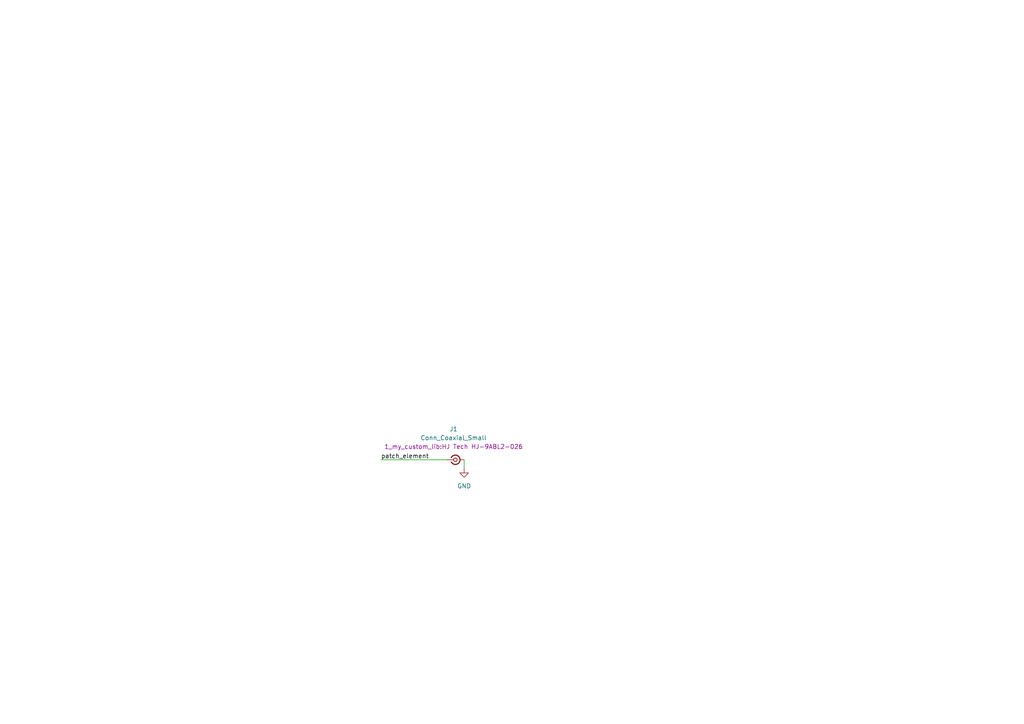
<source format=kicad_sch>
(kicad_sch
	(version 20231120)
	(generator "eeschema")
	(generator_version "8.0")
	(uuid "493de23d-48e5-48d1-b1c0-e84f54529323")
	(paper "A4")
	(title_block
		(title "TART_Passive_Patch_Antenna_V1")
		(date "2024-08-02")
		(company "Rikus Human")
	)
	(lib_symbols
		(symbol "Connector:Conn_Coaxial_Small"
			(pin_numbers hide)
			(pin_names
				(offset 1.016) hide)
			(exclude_from_sim no)
			(in_bom yes)
			(on_board yes)
			(property "Reference" "J"
				(at 0.254 3.048 0)
				(effects
					(font
						(size 1.27 1.27)
					)
				)
			)
			(property "Value" "Conn_Coaxial_Small"
				(at 0 -3.81 0)
				(effects
					(font
						(size 1.27 1.27)
					)
				)
			)
			(property "Footprint" ""
				(at 0 0 0)
				(effects
					(font
						(size 1.27 1.27)
					)
					(hide yes)
				)
			)
			(property "Datasheet" "~"
				(at 0 0 0)
				(effects
					(font
						(size 1.27 1.27)
					)
					(hide yes)
				)
			)
			(property "Description" "small coaxial connector (BNC, SMA, SMB, SMC, Cinch/RCA, LEMO, ...)"
				(at 0 0 0)
				(effects
					(font
						(size 1.27 1.27)
					)
					(hide yes)
				)
			)
			(property "ki_keywords" "BNC SMA SMB SMC LEMO coaxial connector CINCH RCA MCX MMCX U.FL UMRF"
				(at 0 0 0)
				(effects
					(font
						(size 1.27 1.27)
					)
					(hide yes)
				)
			)
			(property "ki_fp_filters" "*BNC* *SMA* *SMB* *SMC* *Cinch* *LEMO* *UMRF* *MCX* *U.FL*"
				(at 0 0 0)
				(effects
					(font
						(size 1.27 1.27)
					)
					(hide yes)
				)
			)
			(symbol "Conn_Coaxial_Small_0_1"
				(polyline
					(pts
						(xy -2.54 0) (xy -0.508 0)
					)
					(stroke
						(width 0)
						(type default)
					)
					(fill
						(type none)
					)
				)
				(circle
					(center 0 0)
					(radius 0.508)
					(stroke
						(width 0.2032)
						(type default)
					)
					(fill
						(type none)
					)
				)
			)
			(symbol "Conn_Coaxial_Small_1_1"
				(arc
					(start -1.1916 -0.6311)
					(mid 0.327 -1.3081)
					(end 1.3484 0.0039)
					(stroke
						(width 0.3048)
						(type default)
					)
					(fill
						(type none)
					)
				)
				(arc
					(start 1.3484 -0.0039)
					(mid 0.327 1.3081)
					(end -1.1916 0.6311)
					(stroke
						(width 0.3048)
						(type default)
					)
					(fill
						(type none)
					)
				)
				(pin passive line
					(at -2.54 0 0)
					(length 1.27)
					(name "In"
						(effects
							(font
								(size 1.27 1.27)
							)
						)
					)
					(number "1"
						(effects
							(font
								(size 1.27 1.27)
							)
						)
					)
				)
				(pin passive line
					(at 2.54 0 180)
					(length 1.27)
					(name "Ext"
						(effects
							(font
								(size 1.27 1.27)
							)
						)
					)
					(number "2"
						(effects
							(font
								(size 1.27 1.27)
							)
						)
					)
				)
			)
		)
		(symbol "power:GND"
			(power)
			(pin_numbers hide)
			(pin_names
				(offset 0) hide)
			(exclude_from_sim no)
			(in_bom yes)
			(on_board yes)
			(property "Reference" "#PWR"
				(at 0 -6.35 0)
				(effects
					(font
						(size 1.27 1.27)
					)
					(hide yes)
				)
			)
			(property "Value" "GND"
				(at 0 -3.81 0)
				(effects
					(font
						(size 1.27 1.27)
					)
				)
			)
			(property "Footprint" ""
				(at 0 0 0)
				(effects
					(font
						(size 1.27 1.27)
					)
					(hide yes)
				)
			)
			(property "Datasheet" ""
				(at 0 0 0)
				(effects
					(font
						(size 1.27 1.27)
					)
					(hide yes)
				)
			)
			(property "Description" "Power symbol creates a global label with name \"GND\" , ground"
				(at 0 0 0)
				(effects
					(font
						(size 1.27 1.27)
					)
					(hide yes)
				)
			)
			(property "ki_keywords" "global power"
				(at 0 0 0)
				(effects
					(font
						(size 1.27 1.27)
					)
					(hide yes)
				)
			)
			(symbol "GND_0_1"
				(polyline
					(pts
						(xy 0 0) (xy 0 -1.27) (xy 1.27 -1.27) (xy 0 -2.54) (xy -1.27 -1.27) (xy 0 -1.27)
					)
					(stroke
						(width 0)
						(type default)
					)
					(fill
						(type none)
					)
				)
			)
			(symbol "GND_1_1"
				(pin power_in line
					(at 0 0 270)
					(length 0)
					(name "~"
						(effects
							(font
								(size 1.27 1.27)
							)
						)
					)
					(number "1"
						(effects
							(font
								(size 1.27 1.27)
							)
						)
					)
				)
			)
		)
	)
	(wire
		(pts
			(xy 110.49 133.35) (xy 129.54 133.35)
		)
		(stroke
			(width 0)
			(type default)
		)
		(uuid "132d44fd-d702-4711-b2ed-fe6f5381c93a")
	)
	(wire
		(pts
			(xy 134.62 133.35) (xy 134.62 135.89)
		)
		(stroke
			(width 0)
			(type default)
		)
		(uuid "5087099c-a585-45b0-8a08-db6bbeb20e7c")
	)
	(label "patch_element"
		(at 110.49 133.35 0)
		(fields_autoplaced yes)
		(effects
			(font
				(size 1.27 1.27)
			)
			(justify left bottom)
		)
		(uuid "c75e8cdf-5ff8-4451-b6ec-84c9c6830409")
	)
	(symbol
		(lib_id "Connector:Conn_Coaxial_Small")
		(at 132.08 133.35 0)
		(unit 1)
		(exclude_from_sim no)
		(in_bom yes)
		(on_board yes)
		(dnp no)
		(fields_autoplaced yes)
		(uuid "6b8ec975-3b54-4c98-ab16-cdb30aeb8768")
		(property "Reference" "J1"
			(at 131.5604 124.46 0)
			(effects
				(font
					(size 1.27 1.27)
				)
			)
		)
		(property "Value" "Conn_Coaxial_Small"
			(at 131.5604 127 0)
			(effects
				(font
					(size 1.27 1.27)
				)
			)
		)
		(property "Footprint" "1_my_custom_lib:HJ Tech HJ-9ABL2-026"
			(at 131.5604 129.54 0)
			(effects
				(font
					(size 1.27 1.27)
				)
			)
		)
		(property "Datasheet" "~"
			(at 132.08 133.35 0)
			(effects
				(font
					(size 1.27 1.27)
				)
				(hide yes)
			)
		)
		(property "Description" "small coaxial connector (BNC, SMA, SMB, SMC, Cinch/RCA, LEMO, ...)"
			(at 132.08 133.35 0)
			(effects
				(font
					(size 1.27 1.27)
				)
				(hide yes)
			)
		)
		(pin "2"
			(uuid "56b1a88a-ef8c-4b4a-80ae-7689f96ec521")
		)
		(pin "1"
			(uuid "6a8df662-bdd4-4308-9900-99733ad1ea8d")
		)
		(instances
			(project ""
				(path "/493de23d-48e5-48d1-b1c0-e84f54529323"
					(reference "J1")
					(unit 1)
				)
			)
		)
	)
	(symbol
		(lib_id "power:GND")
		(at 134.62 135.89 0)
		(unit 1)
		(exclude_from_sim no)
		(in_bom yes)
		(on_board yes)
		(dnp no)
		(fields_autoplaced yes)
		(uuid "ff78c74f-7abb-487b-8f05-75ec2972c680")
		(property "Reference" "#PWR01"
			(at 134.62 142.24 0)
			(effects
				(font
					(size 1.27 1.27)
				)
				(hide yes)
			)
		)
		(property "Value" "GND"
			(at 134.62 140.97 0)
			(effects
				(font
					(size 1.27 1.27)
				)
			)
		)
		(property "Footprint" ""
			(at 134.62 135.89 0)
			(effects
				(font
					(size 1.27 1.27)
				)
				(hide yes)
			)
		)
		(property "Datasheet" ""
			(at 134.62 135.89 0)
			(effects
				(font
					(size 1.27 1.27)
				)
				(hide yes)
			)
		)
		(property "Description" "Power symbol creates a global label with name \"GND\" , ground"
			(at 134.62 135.89 0)
			(effects
				(font
					(size 1.27 1.27)
				)
				(hide yes)
			)
		)
		(pin "1"
			(uuid "649cb022-15d6-44d6-a5be-f7a7a496e59e")
		)
		(instances
			(project ""
				(path "/493de23d-48e5-48d1-b1c0-e84f54529323"
					(reference "#PWR01")
					(unit 1)
				)
			)
		)
	)
	(sheet_instances
		(path "/"
			(page "1")
		)
	)
)

</source>
